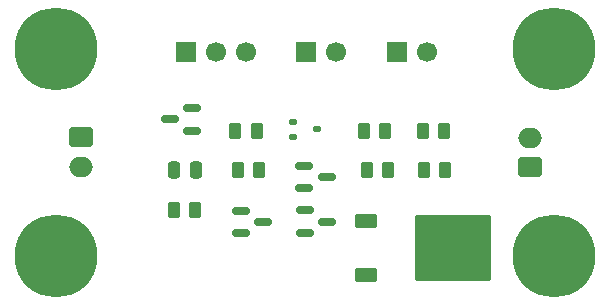
<source format=gbr>
%TF.GenerationSoftware,KiCad,Pcbnew,9.0.4*%
%TF.CreationDate,2025-11-06T21:14:43+01:00*%
%TF.ProjectId,pwr_latcher,7077725f-6c61-4746-9368-65722e6b6963,rev?*%
%TF.SameCoordinates,Original*%
%TF.FileFunction,Soldermask,Top*%
%TF.FilePolarity,Negative*%
%FSLAX46Y46*%
G04 Gerber Fmt 4.6, Leading zero omitted, Abs format (unit mm)*
G04 Created by KiCad (PCBNEW 9.0.4) date 2025-11-06 21:14:43*
%MOMM*%
%LPD*%
G01*
G04 APERTURE LIST*
G04 Aperture macros list*
%AMRoundRect*
0 Rectangle with rounded corners*
0 $1 Rounding radius*
0 $2 $3 $4 $5 $6 $7 $8 $9 X,Y pos of 4 corners*
0 Add a 4 corners polygon primitive as box body*
4,1,4,$2,$3,$4,$5,$6,$7,$8,$9,$2,$3,0*
0 Add four circle primitives for the rounded corners*
1,1,$1+$1,$2,$3*
1,1,$1+$1,$4,$5*
1,1,$1+$1,$6,$7*
1,1,$1+$1,$8,$9*
0 Add four rect primitives between the rounded corners*
20,1,$1+$1,$2,$3,$4,$5,0*
20,1,$1+$1,$4,$5,$6,$7,0*
20,1,$1+$1,$6,$7,$8,$9,0*
20,1,$1+$1,$8,$9,$2,$3,0*%
G04 Aperture macros list end*
%ADD10R,1.700000X1.700000*%
%ADD11C,1.700000*%
%ADD12C,7.000000*%
%ADD13RoundRect,0.250000X-0.262500X-0.450000X0.262500X-0.450000X0.262500X0.450000X-0.262500X0.450000X0*%
%ADD14RoundRect,0.250000X-0.750000X0.600000X-0.750000X-0.600000X0.750000X-0.600000X0.750000X0.600000X0*%
%ADD15O,2.000000X1.700000*%
%ADD16RoundRect,0.150000X-0.587500X-0.150000X0.587500X-0.150000X0.587500X0.150000X-0.587500X0.150000X0*%
%ADD17RoundRect,0.102000X-0.800000X0.500000X-0.800000X-0.500000X0.800000X-0.500000X0.800000X0.500000X0*%
%ADD18RoundRect,0.102000X-3.100000X2.700000X-3.100000X-2.700000X3.100000X-2.700000X3.100000X2.700000X0*%
%ADD19RoundRect,0.112500X-0.237500X0.112500X-0.237500X-0.112500X0.237500X-0.112500X0.237500X0.112500X0*%
%ADD20RoundRect,0.250000X0.250000X0.475000X-0.250000X0.475000X-0.250000X-0.475000X0.250000X-0.475000X0*%
%ADD21RoundRect,0.250000X0.750000X-0.600000X0.750000X0.600000X-0.750000X0.600000X-0.750000X-0.600000X0*%
%ADD22RoundRect,0.150000X0.587500X0.150000X-0.587500X0.150000X-0.587500X-0.150000X0.587500X-0.150000X0*%
G04 APERTURE END LIST*
D10*
%TO.C,J3*%
X161589200Y-77800000D03*
D11*
X164129200Y-77800000D03*
%TD*%
D12*
%TO.C,H1*%
X140400000Y-77500000D03*
%TD*%
D13*
%TO.C,R3*%
X171549400Y-87800000D03*
X173374400Y-87800000D03*
%TD*%
%TO.C,R5*%
X155600000Y-84448000D03*
X157425000Y-84448000D03*
%TD*%
%TO.C,R7*%
X171450000Y-84450000D03*
X173275000Y-84450000D03*
%TD*%
D14*
%TO.C,J4*%
X142490000Y-85020000D03*
D15*
X142490000Y-87520000D03*
%TD*%
D13*
%TO.C,R6*%
X166475000Y-84448000D03*
X168300000Y-84448000D03*
%TD*%
D12*
%TO.C,H3*%
X182600000Y-77500000D03*
%TD*%
D13*
%TO.C,R4*%
X166727200Y-87800000D03*
X168552200Y-87800000D03*
%TD*%
D16*
%TO.C,Q1*%
X156062200Y-91216400D03*
X156062200Y-93116400D03*
X157937200Y-92166400D03*
%TD*%
D17*
%TO.C,Q4*%
X166690000Y-92106400D03*
D18*
X173990000Y-94386400D03*
D17*
X166690000Y-96666400D03*
%TD*%
D12*
%TO.C,H2*%
X140400000Y-95100000D03*
%TD*%
D19*
%TO.C,D1*%
X160500000Y-83698000D03*
X160500000Y-84998000D03*
X162500000Y-84348000D03*
%TD*%
D20*
%TO.C,C1*%
X152300000Y-87800000D03*
X150400000Y-87800000D03*
%TD*%
D16*
%TO.C,Q3*%
X161444000Y-87444400D03*
X161444000Y-89344400D03*
X163319000Y-88394400D03*
%TD*%
D21*
%TO.C,J2*%
X180560000Y-87550000D03*
D15*
X180560000Y-85050000D03*
%TD*%
D16*
%TO.C,Q2*%
X161497800Y-91201200D03*
X161497800Y-93101200D03*
X163372800Y-92151200D03*
%TD*%
D10*
%TO.C,J1*%
X151429200Y-77800000D03*
D11*
X153969200Y-77800000D03*
X156509200Y-77800000D03*
%TD*%
D12*
%TO.C,H4*%
X182600000Y-95100000D03*
%TD*%
D10*
%TO.C,J5*%
X169260000Y-77800000D03*
D11*
X171800000Y-77800000D03*
%TD*%
D22*
%TO.C,Q5*%
X151900000Y-84450000D03*
X151900000Y-82550000D03*
X150025000Y-83500000D03*
%TD*%
D13*
%TO.C,R2*%
X150369900Y-91186000D03*
X152194900Y-91186000D03*
%TD*%
%TO.C,R1*%
X155809000Y-87800000D03*
X157634000Y-87800000D03*
%TD*%
M02*

</source>
